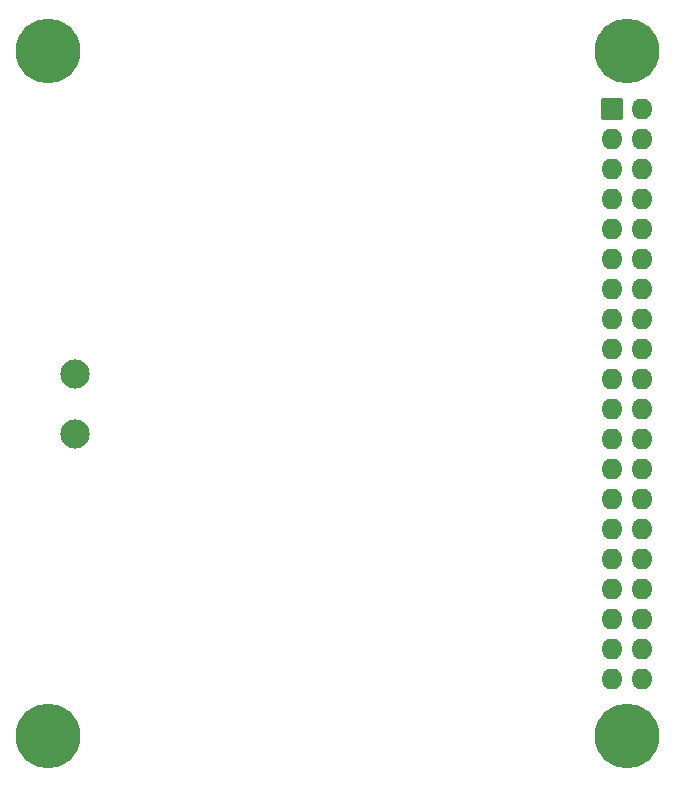
<source format=gbs>
G04 #@! TF.GenerationSoftware,KiCad,Pcbnew,9.0.0*
G04 #@! TF.CreationDate,2025-08-15T17:42:36+05:30*
G04 #@! TF.ProjectId,MAKEEN_Keypad_Test_PCB,4d414b45-454e-45f4-9b65-797061645f54,V1*
G04 #@! TF.SameCoordinates,Original*
G04 #@! TF.FileFunction,Soldermask,Bot*
G04 #@! TF.FilePolarity,Negative*
%FSLAX46Y46*%
G04 Gerber Fmt 4.6, Leading zero omitted, Abs format (unit mm)*
G04 Created by KiCad (PCBNEW 9.0.0) date 2025-08-15 17:42:36*
%MOMM*%
%LPD*%
G01*
G04 APERTURE LIST*
G04 Aperture macros list*
%AMRoundRect*
0 Rectangle with rounded corners*
0 $1 Rounding radius*
0 $2 $3 $4 $5 $6 $7 $8 $9 X,Y pos of 4 corners*
0 Add a 4 corners polygon primitive as box body*
4,1,4,$2,$3,$4,$5,$6,$7,$8,$9,$2,$3,0*
0 Add four circle primitives for the rounded corners*
1,1,$1+$1,$2,$3*
1,1,$1+$1,$4,$5*
1,1,$1+$1,$6,$7*
1,1,$1+$1,$8,$9*
0 Add four rect primitives between the rounded corners*
20,1,$1+$1,$2,$3,$4,$5,0*
20,1,$1+$1,$4,$5,$6,$7,0*
20,1,$1+$1,$6,$7,$8,$9,0*
20,1,$1+$1,$8,$9,$2,$3,0*%
G04 Aperture macros list end*
%ADD10C,2.480000*%
%ADD11C,5.480000*%
%ADD12RoundRect,0.040000X0.850000X0.850000X-0.850000X0.850000X-0.850000X-0.850000X0.850000X-0.850000X0*%
%ADD13O,1.780000X1.780000*%
G04 APERTURE END LIST*
D10*
X122770000Y-84830000D03*
X122770000Y-89910000D03*
D11*
X169500000Y-115500000D03*
X120500000Y-57500000D03*
X169500000Y-57500000D03*
X120500000Y-115500000D03*
D12*
X168210000Y-62450000D03*
D13*
X170750000Y-62450000D03*
X168210000Y-64990000D03*
X170750000Y-64990000D03*
X168210000Y-67530000D03*
X170750000Y-67530000D03*
X168210000Y-70070000D03*
X170750000Y-70070000D03*
X168210000Y-72610000D03*
X170750000Y-72610000D03*
X168210000Y-75150000D03*
X170750000Y-75150000D03*
X168210000Y-77690000D03*
X170750000Y-77690000D03*
X168210000Y-80230000D03*
X170750000Y-80230000D03*
X168210000Y-82770000D03*
X170750000Y-82770000D03*
X168210000Y-85310000D03*
X170750000Y-85310000D03*
X168210000Y-87850000D03*
X170750000Y-87850000D03*
X168210000Y-90390000D03*
X170750000Y-90390000D03*
X168210000Y-92930000D03*
X170750000Y-92930000D03*
X168210000Y-95470000D03*
X170750000Y-95470000D03*
X168210000Y-98010000D03*
X170750000Y-98010000D03*
X168210000Y-100550000D03*
X170750000Y-100550000D03*
X168210000Y-103090000D03*
X170750000Y-103090000D03*
X168210000Y-105630000D03*
X170750000Y-105630000D03*
X168210000Y-108170000D03*
X170750000Y-108170000D03*
X168210000Y-110710000D03*
X170750000Y-110710000D03*
M02*

</source>
